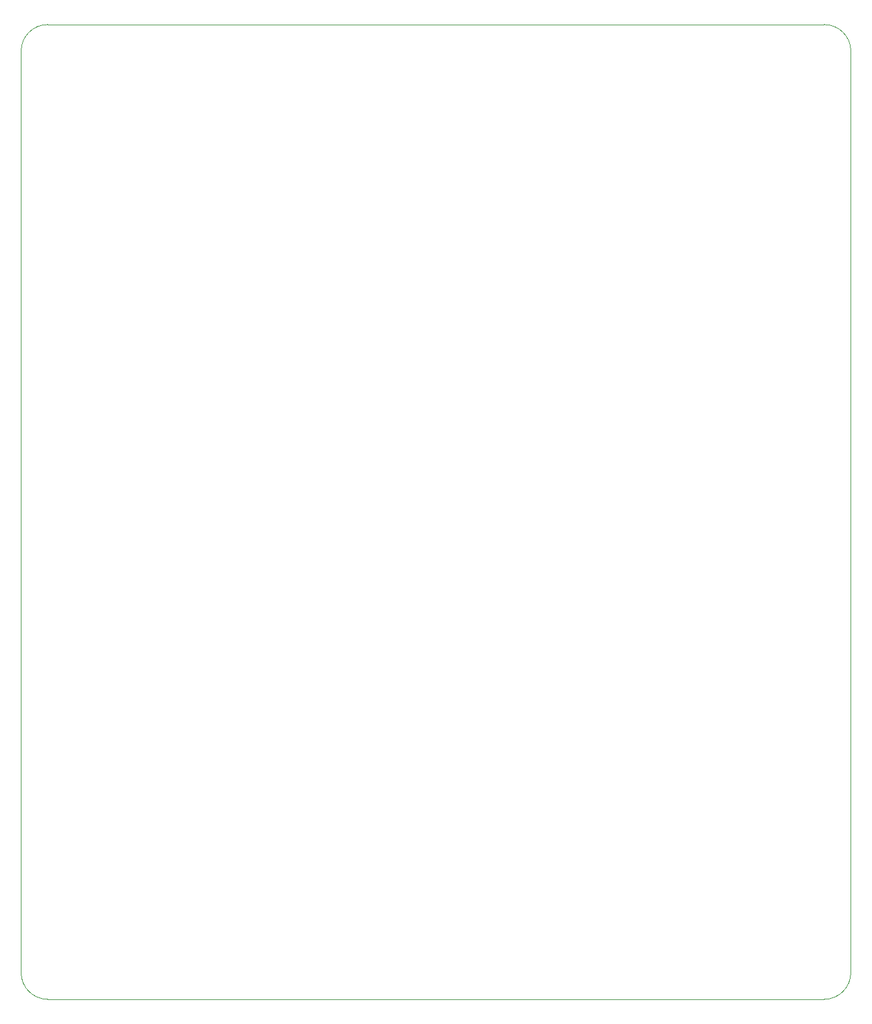
<source format=gko>
G04 #@! TF.GenerationSoftware,KiCad,Pcbnew,(6.0.0)*
G04 #@! TF.CreationDate,2022-05-24T21:35:38-07:00*
G04 #@! TF.ProjectId,capTouch,63617054-6f75-4636-982e-6b696361645f,rev?*
G04 #@! TF.SameCoordinates,Original*
G04 #@! TF.FileFunction,Profile,NP*
%FSLAX46Y46*%
G04 Gerber Fmt 4.6, Leading zero omitted, Abs format (unit mm)*
G04 Created by KiCad (PCBNEW (6.0.0)) date 2022-05-24 21:35:38*
%MOMM*%
%LPD*%
G01*
G04 APERTURE LIST*
G04 #@! TA.AperFunction,Profile*
%ADD10C,0.100000*%
G04 #@! TD*
G04 APERTURE END LIST*
D10*
X163576000Y-166624000D02*
X59436000Y-166624000D01*
X59435999Y-36067999D02*
G75*
G03*
X55879999Y-39623999I2J-3556002D01*
G01*
X167132001Y-39623999D02*
G75*
G03*
X163576001Y-36067999I-3556002J-2D01*
G01*
X55880000Y-163068000D02*
X55879999Y-39623999D01*
X59435999Y-36067999D02*
X147828000Y-36068000D01*
X55880000Y-163068000D02*
G75*
G03*
X59436000Y-166624000I3556002J2D01*
G01*
X167132001Y-39623999D02*
X167132000Y-163068000D01*
X147828000Y-36068000D02*
X163576001Y-36067999D01*
X163576000Y-166624000D02*
G75*
G03*
X167132000Y-163068000I1J3555999D01*
G01*
M02*

</source>
